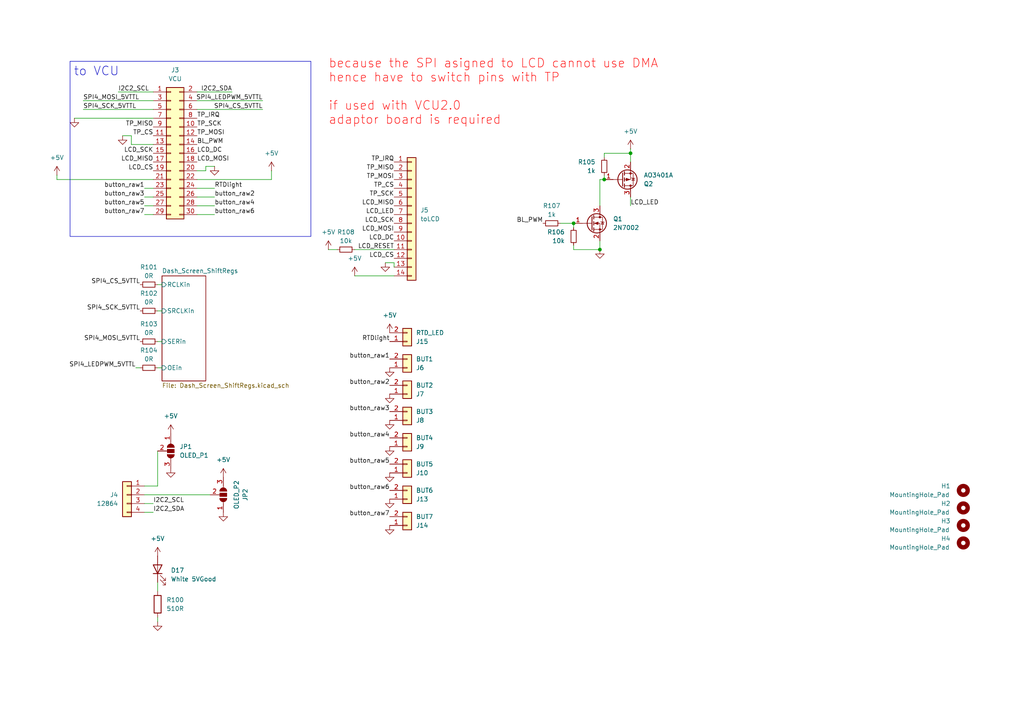
<source format=kicad_sch>
(kicad_sch (version 20231120) (generator "eeschema") (generator_version "8.0")
  (paper "A4")
  (title_block (title "EP6 Dash screen") (date "2025-03-07") (rev "1.0") (company "NTURacing") (comment 1 "郭哲明") (comment 2 "electrical group"))
  (lib_symbols
    (symbol "Connector_Generic:Conn_01x02" (pin_names (offset 1.016) hide)
      (property "Reference" "J" (at 0 2.54 0))
      (property "Value" "Conn_01x02" (at 0 -5.08 0))
      (symbol "Conn_01x02_1_1"
        (rectangle (start -1.27 -2.413) (end 0 -2.667) (stroke (width 0.1524)))
        (rectangle (start -1.27 0.127) (end 0 -0.127) (stroke (width 0.1524)))
        (rectangle (start -1.27 1.27) (end 1.27 -3.81) (stroke (width 0.254)) (fill (type background)))
        (pin passive line (at -5.08 0 0) (length 3.81) (name "Pin_1") (number "1"))
        (pin passive line (at -5.08 -2.54 0) (length 3.81) (name "Pin_2") (number "2"))
      )
    )
    (symbol "Connector_Generic:Conn_01x04" (pin_names (offset 1.016) hide)
      (property "Reference" "J" (at 0 5.08 0))
      (property "Value" "Conn_01x04" (at 0 -7.62 0))
      (symbol "Conn_01x04_1_1"
        (rectangle (start -1.27 -4.953) (end 0 -5.207) (stroke (width 0.1524)))
        (rectangle (start -1.27 -2.413) (end 0 -2.667) (stroke (width 0.1524)))
        (rectangle (start -1.27 0.127) (end 0 -0.127) (stroke (width 0.1524)))
        (rectangle (start -1.27 2.667) (end 0 2.413) (stroke (width 0.1524)))
        (rectangle (start -1.27 3.81) (end 1.27 -6.35) (stroke (width 0.254)) (fill (type background)))
        (pin passive line (at -5.08 2.54 0) (length 3.81) (name "Pin_1") (number "1"))
        (pin passive line (at -5.08 0 0) (length 3.81) (name "Pin_2") (number "2"))
        (pin passive line (at -5.08 -2.54 0) (length 3.81) (name "Pin_3") (number "3"))
        (pin passive line (at -5.08 -5.08 0) (length 3.81) (name "Pin_4") (number "4"))
      )
    )
    (symbol "Connector_Generic:Conn_01x14" (pin_names (offset 1.016) hide)
      (property "Reference" "J" (at 0 17.78 0))
      (property "Value" "Conn_01x14" (at 0 -20.32 0))
      (symbol "Conn_01x14_1_1"
        (rectangle (start -1.27 -17.653) (end 0 -17.907) (stroke (width 0.1524)))
        (rectangle (start -1.27 -15.113) (end 0 -15.367) (stroke (width 0.1524)))
        (rectangle (start -1.27 -12.573) (end 0 -12.827) (stroke (width 0.1524)))
        (rectangle (start -1.27 -10.033) (end 0 -10.287) (stroke (width 0.1524)))
        (rectangle (start -1.27 -7.493) (end 0 -7.747) (stroke (width 0.1524)))
        (rectangle (start -1.27 -4.953) (end 0 -5.207) (stroke (width 0.1524)))
        (rectangle (start -1.27 -2.413) (end 0 -2.667) (stroke (width 0.1524)))
        (rectangle (start -1.27 0.127) (end 0 -0.127) (stroke (width 0.1524)))
        (rectangle (start -1.27 2.667) (end 0 2.413) (stroke (width 0.1524)))
        (rectangle (start -1.27 5.207) (end 0 4.953) (stroke (width 0.1524)))
        (rectangle (start -1.27 7.747) (end 0 7.493) (stroke (width 0.1524)))
        (rectangle (start -1.27 10.287) (end 0 10.033) (stroke (width 0.1524)))
        (rectangle (start -1.27 12.827) (end 0 12.573) (stroke (width 0.1524)))
        (rectangle (start -1.27 15.367) (end 0 15.113) (stroke (width 0.1524)))
        (rectangle (start -1.27 16.51) (end 1.27 -19.05) (stroke (width 0.254)) (fill (type background)))
        (pin passive line (at -5.08 15.24 0) (length 3.81) (name "Pin_1") (number "1"))
        (pin passive line (at -5.08 -7.62 0) (length 3.81) (name "Pin_10") (number "10"))
        (pin passive line (at -5.08 -10.16 0) (length 3.81) (name "Pin_11") (number "11"))
        (pin passive line (at -5.08 -12.7 0) (length 3.81) (name "Pin_12") (number "12"))
        (pin passive line (at -5.08 -15.24 0) (length 3.81) (name "Pin_13") (number "13"))
        (pin passive line (at -5.08 -17.78 0) (length 3.81) (name "Pin_14") (number "14"))
        (pin passive line (at -5.08 12.7 0) (length 3.81) (name "Pin_2") (number "2"))
        (pin passive line (at -5.08 10.16 0) (length 3.81) (name "Pin_3") (number "3"))
        (pin passive line (at -5.08 7.62 0) (length 3.81) (name "Pin_4") (number "4"))
        (pin passive line (at -5.08 5.08 0) (length 3.81) (name "Pin_5") (number "5"))
        (pin passive line (at -5.08 2.54 0) (length 3.81) (name "Pin_6") (number "6"))
        (pin passive line (at -5.08 0 0) (length 3.81) (name "Pin_7") (number "7"))
        (pin passive line (at -5.08 -2.54 0) (length 3.81) (name "Pin_8") (number "8"))
        (pin passive line (at -5.08 -5.08 0) (length 3.81) (name "Pin_9") (number "9"))
      )
    )
    (symbol "Connector_Generic:Conn_02x15_Odd_Even" (pin_names (offset 1.016) hide)
      (property "Reference" "J" (at 1.27 20.32 0))
      (property "Value" "Conn_02x15_Odd_Even" (at 1.27 -20.32 0))
      (symbol "Conn_02x15_Odd_Even_1_1"
        (rectangle (start -1.27 -17.653) (end 0 -17.907) (stroke (width 0.1524)))
        (rectangle (start -1.27 -15.113) (end 0 -15.367) (stroke (width 0.1524)))
        (rectangle (start -1.27 -12.573) (end 0 -12.827) (stroke (width 0.1524)))
        (rectangle (start -1.27 -10.033) (end 0 -10.287) (stroke (width 0.1524)))
        (rectangle (start -1.27 -7.493) (end 0 -7.747) (stroke (width 0.1524)))
        (rectangle (start -1.27 -4.953) (end 0 -5.207) (stroke (width 0.1524)))
        (rectangle (start -1.27 -2.413) (end 0 -2.667) (stroke (width 0.1524)))
        (rectangle (start -1.27 0.127) (end 0 -0.127) (stroke (width 0.1524)))
        (rectangle (start -1.27 2.667) (end 0 2.413) (stroke (width 0.1524)))
        (rectangle (start -1.27 5.207) (end 0 4.953) (stroke (width 0.1524)))
        (rectangle (start -1.27 7.747) (end 0 7.493) (stroke (width 0.1524)))
        (rectangle (start -1.27 10.287) (end 0 10.033) (stroke (width 0.1524)))
        (rectangle (start -1.27 12.827) (end 0 12.573) (stroke (width 0.1524)))
        (rectangle (start -1.27 15.367) (end 0 15.113) (stroke (width 0.1524)))
        (rectangle (start -1.27 17.907) (end 0 17.653) (stroke (width 0.1524)))
        (rectangle (start -1.27 19.05) (end 3.81 -19.05) (stroke (width 0.254)) (fill (type background)))
        (rectangle (start 3.81 -17.653) (end 2.54 -17.907) (stroke (width 0.1524)))
        (rectangle (start 3.81 -15.113) (end 2.54 -15.367) (stroke (width 0.1524)))
        (rectangle (start 3.81 -12.573) (end 2.54 -12.827) (stroke (width 0.1524)))
        (rectangle (start 3.81 -10.033) (end 2.54 -10.287) (stroke (width 0.1524)))
        (rectangle (start 3.81 -7.493) (end 2.54 -7.747) (stroke (width 0.1524)))
        (rectangle (start 3.81 -4.953) (end 2.54 -5.207) (stroke (width 0.1524)))
        (rectangle (start 3.81 -2.413) (end 2.54 -2.667) (stroke (width 0.1524)))
        (rectangle (start 3.81 0.127) (end 2.54 -0.127) (stroke (width 0.1524)))
        (rectangle (start 3.81 2.667) (end 2.54 2.413) (stroke (width 0.1524)))
        (rectangle (start 3.81 5.207) (end 2.54 4.953) (stroke (width 0.1524)))
        (rectangle (start 3.81 7.747) (end 2.54 7.493) (stroke (width 0.1524)))
        (rectangle (start 3.81 10.287) (end 2.54 10.033) (stroke (width 0.1524)))
        (rectangle (start 3.81 12.827) (end 2.54 12.573) (stroke (width 0.1524)))
        (rectangle (start 3.81 15.367) (end 2.54 15.113) (stroke (width 0.1524)))
        (rectangle (start 3.81 17.907) (end 2.54 17.653) (stroke (width 0.1524)))
        (pin passive line (at -5.08 17.78 0) (length 3.81) (name "Pin_1") (number "1"))
        (pin passive line (at 7.62 7.62 180) (length 3.81) (name "Pin_10") (number "10"))
        (pin passive line (at -5.08 5.08 0) (length 3.81) (name "Pin_11") (number "11"))
        (pin passive line (at 7.62 5.08 180) (length 3.81) (name "Pin_12") (number "12"))
        (pin passive line (at -5.08 2.54 0) (length 3.81) (name "Pin_13") (number "13"))
        (pin passive line (at 7.62 2.54 180) (length 3.81) (name "Pin_14") (number "14"))
        (pin passive line (at -5.08 0 0) (length 3.81) (name "Pin_15") (number "15"))
        (pin passive line (at 7.62 0 180) (length 3.81) (name "Pin_16") (number "16"))
        (pin passive line (at -5.08 -2.54 0) (length 3.81) (name "Pin_17") (number "17"))
        (pin passive line (at 7.62 -2.54 180) (length 3.81) (name "Pin_18") (number "18"))
        (pin passive line (at -5.08 -5.08 0) (length 3.81) (name "Pin_19") (number "19"))
        (pin passive line (at 7.62 17.78 180) (length 3.81) (name "Pin_2") (number "2"))
        (pin passive line (at 7.62 -5.08 180) (length 3.81) (name "Pin_20") (number "20"))
        (pin passive line (at -5.08 -7.62 0) (length 3.81) (name "Pin_21") (number "21"))
        (pin passive line (at 7.62 -7.62 180) (length 3.81) (name "Pin_22") (number "22"))
        (pin passive line (at -5.08 -10.16 0) (length 3.81) (name "Pin_23") (number "23"))
        (pin passive line (at 7.62 -10.16 180) (length 3.81) (name "Pin_24") (number "24"))
        (pin passive line (at -5.08 -12.7 0) (length 3.81) (name "Pin_25") (number "25"))
        (pin passive line (at 7.62 -12.7 180) (length 3.81) (name "Pin_26") (number "26"))
        (pin passive line (at -5.08 -15.24 0) (length 3.81) (name "Pin_27") (number "27"))
        (pin passive line (at 7.62 -15.24 180) (length 3.81) (name "Pin_28") (number "28"))
        (pin passive line (at -5.08 -17.78 0) (length 3.81) (name "Pin_29") (number "29"))
        (pin passive line (at -5.08 15.24 0) (length 3.81) (name "Pin_3") (number "3"))
        (pin passive line (at 7.62 -17.78 180) (length 3.81) (name "Pin_30") (number "30"))
        (pin passive line (at 7.62 15.24 180) (length 3.81) (name "Pin_4") (number "4"))
        (pin passive line (at -5.08 12.7 0) (length 3.81) (name "Pin_5") (number "5"))
        (pin passive line (at 7.62 12.7 180) (length 3.81) (name "Pin_6") (number "6"))
        (pin passive line (at -5.08 10.16 0) (length 3.81) (name "Pin_7") (number "7"))
        (pin passive line (at 7.62 10.16 180) (length 3.81) (name "Pin_8") (number "8"))
        (pin passive line (at -5.08 7.62 0) (length 3.81) (name "Pin_9") (number "9"))
      )
    )
    (symbol "Device:LED" (pin_numbers hide) (pin_names (offset 1.016) hide)
      (property "Reference" "D" (at 0 2.54 0))
      (property "Value" "LED" (at 0 -2.54 0))
      (symbol "LED_0_1"
        (polyline (pts (xy -1.27 -1.27) (xy -1.27 1.27)) (stroke (width 0.254)))
        (polyline (pts (xy -1.27 0) (xy 1.27 0)))
        (polyline (pts (xy 1.27 -1.27) (xy 1.27 1.27) (xy -1.27 0) (xy 1.27 -1.27)) (stroke (width 0.254)))
        (polyline (pts (xy -3.048 -0.762) (xy -4.572 -2.286) (xy -3.81 -2.286) (xy -4.572 -2.286) (xy -4.572 -1.524)))
        (polyline (pts (xy -1.778 -0.762) (xy -3.302 -2.286) (xy -2.54 -2.286) (xy -3.302 -2.286) (xy -3.302 -1.524)))
      )
      (symbol "LED_1_1"
        (pin passive line (at -3.81 0 0) (length 2.54) (name "K") (number "1"))
        (pin passive line (at 3.81 0 180) (length 2.54) (name "A") (number "2"))
      )
    )
    (symbol "Device:R" (pin_numbers hide) (pin_names (offset 0))
      (property "Reference" "R" (at 2.032 0 90))
      (property "Value" "R" (at 0 0 90))
      (symbol "R_0_1"
        (rectangle (start -1.016 -2.54) (end 1.016 2.54) (stroke (width 0.254)))
      )
      (symbol "R_1_1"
        (pin passive line (at 0 3.81 270) (length 1.27) (name "~") (number "1"))
        (pin passive line (at 0 -3.81 90) (length 1.27) (name "~") (number "2"))
      )
    )
    (symbol "Device:R_Small" (pin_numbers hide) (pin_names (offset 0.254) hide)
      (property "Reference" "R" (at 0.762 0.508 0))
      (property "Value" "R_Small" (at 0.762 -1.016 0))
      (symbol "R_Small_0_1"
        (rectangle (start -0.762 1.778) (end 0.762 -1.778) (stroke (width 0.2032)))
      )
      (symbol "R_Small_1_1"
        (pin passive line (at 0 2.54 270) (length 0.762) (name "~") (number "1"))
        (pin passive line (at 0 -2.54 90) (length 0.762) (name "~") (number "2"))
      )
    )
    (symbol "Jumper:SolderJumper_3_Open" (pin_names (offset 0) hide) (exclude_from_sim yes) (in_bom no)
      (property "Reference" "JP" (at -2.54 -2.54 0))
      (property "Value" "SolderJumper_3_Open" (at 0 2.794 0))
      (symbol "SolderJumper_3_Open_0_1"
        (arc (start -1.016 1.016) (mid -2.0276 0) (end -1.016 -1.016))
        (arc (start -1.016 1.016) (mid -2.0276 0) (end -1.016 -1.016) (fill (type outline)))
        (rectangle (start -0.508 1.016) (end 0.508 -1.016) (fill (type outline)))
        (polyline (pts (xy -2.54 0) (xy -2.032 0)))
        (polyline (pts (xy -1.016 1.016) (xy -1.016 -1.016)))
        (polyline (pts (xy 0 -1.27) (xy 0 -1.016)))
        (polyline (pts (xy 1.016 1.016) (xy 1.016 -1.016)))
        (polyline (pts (xy 2.54 0) (xy 2.032 0)))
        (arc (start 1.016 -1.016) (mid 2.0276 0) (end 1.016 1.016))
        (arc (start 1.016 -1.016) (mid 2.0276 0) (end 1.016 1.016) (fill (type outline)))
      )
      (symbol "SolderJumper_3_Open_1_1"
        (pin passive line (at -5.08 0 0) (length 2.54) (name "A") (number "1"))
        (pin passive line (at 0 -3.81 90) (length 2.54) (name "C") (number "2"))
        (pin passive line (at 5.08 0 180) (length 2.54) (name "B") (number "3"))
      )
    )
    (symbol "Mechanical:MountingHole" (pin_names (offset 1.016))
      (property "Reference" "H" (at 0 5.08 0))
      (property "Value" "MountingHole" (at 0 3.175 0))
      (symbol "MountingHole_0_1"
        (circle (center 0 0) (radius 1.27) (stroke (width 1.27)))
      )
    )
    (symbol "Transistor_FET:2N7002" (pin_names hide)
      (property "Reference" "Q" (at 5.08 1.905 0))
      (property "Value" "2N7002" (at 5.08 0 0))
      (symbol "2N7002_0_1"
        (polyline (pts (xy 0.254 0) (xy -2.54 0)))
        (polyline (pts (xy 0.254 1.905) (xy 0.254 -1.905)) (stroke (width 0.254)))
        (polyline (pts (xy 0.762 -1.27) (xy 0.762 -2.286)) (stroke (width 0.254)))
        (polyline (pts (xy 0.762 0.508) (xy 0.762 -0.508)) (stroke (width 0.254)))
        (polyline (pts (xy 0.762 2.286) (xy 0.762 1.27)) (stroke (width 0.254)))
        (polyline (pts (xy 2.54 2.54) (xy 2.54 1.778)))
        (polyline (pts (xy 2.54 -2.54) (xy 2.54 0) (xy 0.762 0)))
        (polyline (pts (xy 0.762 -1.778) (xy 3.302 -1.778) (xy 3.302 1.778) (xy 0.762 1.778)))
        (polyline (pts (xy 1.016 0) (xy 2.032 0.381) (xy 2.032 -0.381) (xy 1.016 0)) (fill (type outline)))
        (polyline (pts (xy 2.794 0.508) (xy 2.921 0.381) (xy 3.683 0.381) (xy 3.81 0.254)))
        (polyline (pts (xy 3.302 0.381) (xy 2.921 -0.254) (xy 3.683 -0.254) (xy 3.302 0.381)))
        (circle (center 1.651 0) (radius 2.794) (stroke (width 0.254)))
        (circle (center 2.54 -1.778) (radius 0.254) (fill (type outline)))
        (circle (center 2.54 1.778) (radius 0.254) (fill (type outline)))
      )
      (symbol "2N7002_1_1"
        (pin input line (at -5.08 0 0) (length 2.54) (name "G") (number "1"))
        (pin passive line (at 2.54 -5.08 90) (length 2.54) (name "S") (number "2"))
        (pin passive line (at 2.54 5.08 270) (length 2.54) (name "D") (number "3"))
      )
    )
    (symbol "Transistor_FET:AO3401A" (pin_names hide)
      (property "Reference" "Q" (at 5.08 1.905 0))
      (property "Value" "AO3401A" (at 5.08 0 0))
      (symbol "AO3401A_0_1"
        (polyline (pts (xy 0.254 0) (xy -2.54 0)))
        (polyline (pts (xy 0.254 1.905) (xy 0.254 -1.905)) (stroke (width 0.254)))
        (polyline (pts (xy 0.762 -1.27) (xy 0.762 -2.286)) (stroke (width 0.254)))
        (polyline (pts (xy 0.762 0.508) (xy 0.762 -0.508)) (stroke (width 0.254)))
        (polyline (pts (xy 0.762 2.286) (xy 0.762 1.27)) (stroke (width 0.254)))
        (polyline (pts (xy 2.54 2.54) (xy 2.54 1.778)))
        (polyline (pts (xy 2.54 -2.54) (xy 2.54 0) (xy 0.762 0)))
        (polyline (pts (xy 0.762 1.778) (xy 3.302 1.778) (xy 3.302 -1.778) (xy 0.762 -1.778)))
        (polyline (pts (xy 2.286 0) (xy 1.27 0.381) (xy 1.27 -0.381) (xy 2.286 0)) (fill (type outline)))
        (polyline (pts (xy 2.794 -0.508) (xy 2.921 -0.381) (xy 3.683 -0.381) (xy 3.81 -0.254)))
        (polyline (pts (xy 3.302 -0.381) (xy 2.921 0.254) (xy 3.683 0.254) (xy 3.302 -0.381)))
        (circle (center 1.651 0) (radius 2.794) (stroke (width 0.254)))
        (circle (center 2.54 -1.778) (radius 0.254) (fill (type outline)))
        (circle (center 2.54 1.778) (radius 0.254) (fill (type outline)))
      )
      (symbol "AO3401A_1_1"
        (pin input line (at -5.08 0 0) (length 2.54) (name "G") (number "1"))
        (pin passive line (at 2.54 -5.08 90) (length 2.54) (name "S") (number "2"))
        (pin passive line (at 2.54 5.08 270) (length 2.54) (name "D") (number "3"))
      )
    )
    (symbol "power:+5V" (power) (pin_numbers hide) (pin_names (offset 0) hide)
      (property "Value" "+5V" (at 0 3.556 0))
      (symbol "+5V_0_1"
        (polyline (pts (xy -0.762 1.27) (xy 0 2.54)))
        (polyline (pts (xy 0 0) (xy 0 2.54)))
        (polyline (pts (xy 0 2.54) (xy 0.762 1.27)))
      )
      (symbol "+5V_1_1"
        (pin power_in line (at 0 0 90) (length 0) (name "~") (number "1"))
      )
    )
    (symbol "power:GND" (power) (pin_numbers hide) (pin_names (offset 0) hide)
      (property "Value" "GND" (at 0 -3.81 0))
      (symbol "GND_0_1"
        (polyline (pts (xy 0 0) (xy 0 -1.27) (xy 1.27 -1.27) (xy 0 -2.54) (xy -1.27 -1.27) (xy 0 -1.27)))
      )
      (symbol "GND_1_1"
        (pin power_in line (at 0 0 270) (length 0) (name "~") (number "1"))
      )
    )
  )
  (junction (at 173.99 72.39))
  (junction (at 175.26 52.07))
  (junction (at 182.88 44.45))
  (junction (at 166.37 64.77))
  (wire (pts (xy 62.23 59.69) (xy 57.15 59.69)))
  (wire (pts (xy 41.91 62.23) (xy 44.45 62.23)))
  (wire (pts (xy 41.91 54.61) (xy 44.45 54.61)))
  (wire (pts (xy 45.72 140.97) (xy 41.91 140.97)))
  (wire (pts (xy 45.72 99.06) (xy 46.99 99.06)))
  (wire (pts (xy 57.15 31.75) (xy 76.2 31.75)))
  (wire (pts (xy 182.88 44.45) (xy 182.88 46.99)))
  (wire (pts (xy 44.45 148.59) (xy 41.91 148.59)))
  (wire (pts (xy 175.26 44.45) (xy 175.26 45.72)))
  (wire (pts (xy 45.72 90.17) (xy 46.99 90.17)))
  (wire (pts (xy 34.29 26.67) (xy 44.45 26.67)))
  (wire (pts (xy 102.87 80.01) (xy 114.3 80.01)))
  (wire (pts (xy 16.51 50.8) (xy 16.51 52.07)))
  (wire (pts (xy 182.88 43.18) (xy 182.88 44.45)))
  (wire (pts (xy 173.99 52.07) (xy 175.26 52.07)))
  (wire (pts (xy 38.1 41.91) (xy 44.45 41.91)))
  (wire (pts (xy 45.72 106.68) (xy 46.99 106.68)))
  (wire (pts (xy 59.69 48.26) (xy 59.69 49.53)))
  (wire (pts (xy 45.72 82.55) (xy 46.99 82.55)))
  (wire (pts (xy 24.13 29.21) (xy 44.45 29.21)))
  (wire (pts (xy 182.88 59.69) (xy 182.88 57.15)))
  (wire (pts (xy 45.72 171.45) (xy 45.72 168.91)))
  (wire (pts (xy 24.13 31.75) (xy 44.45 31.75)))
  (wire (pts (xy 41.91 59.69) (xy 44.45 59.69)))
  (wire (pts (xy 62.23 62.23) (xy 57.15 62.23)))
  (wire (pts (xy 45.72 130.81) (xy 45.72 140.97)))
  (wire (pts (xy 57.15 29.21) (xy 76.2 29.21)))
  (wire (pts (xy 21.59 34.29) (xy 44.45 34.29)))
  (wire (pts (xy 41.91 57.15) (xy 44.45 57.15)))
  (wire (pts (xy 97.79 72.39) (xy 95.25 72.39)))
  (wire (pts (xy 57.15 52.07) (xy 78.74 52.07)))
  (wire (pts (xy 45.72 180.34) (xy 45.72 179.07)))
  (wire (pts (xy 35.56 39.37) (xy 38.1 39.37)))
  (wire (pts (xy 166.37 66.04) (xy 166.37 64.77)))
  (wire (pts (xy 175.26 50.8) (xy 175.26 52.07)))
  (wire (pts (xy 39.37 106.68) (xy 40.64 106.68)))
  (wire (pts (xy 111.76 76.2) (xy 114.3 76.2)))
  (wire (pts (xy 57.15 26.67) (xy 67.31 26.67)))
  (wire (pts (xy 62.23 54.61) (xy 57.15 54.61)))
  (wire (pts (xy 173.99 69.85) (xy 173.99 72.39)))
  (wire (pts (xy 62.23 57.15) (xy 57.15 57.15)))
  (wire (pts (xy 173.99 59.69) (xy 173.99 52.07)))
  (wire (pts (xy 59.69 49.53) (xy 57.15 49.53)))
  (wire (pts (xy 78.74 49.53) (xy 78.74 52.07)))
  (wire (pts (xy 38.1 39.37) (xy 38.1 41.91)))
  (wire (pts (xy 166.37 72.39) (xy 166.37 71.12)))
  (wire (pts (xy 102.87 72.39) (xy 114.3 72.39)))
  (wire (pts (xy 44.45 146.05) (xy 41.91 146.05)))
  (wire (pts (xy 16.51 52.07) (xy 44.45 52.07)))
  (wire (pts (xy 175.26 44.45) (xy 182.88 44.45)))
  (wire (pts (xy 41.91 143.51) (xy 60.96 143.51)))
  (wire (pts (xy 166.37 72.39) (xy 173.99 72.39)))
  (wire (pts (xy 59.69 48.26) (xy 62.23 48.26)))
  (wire (pts (xy 114.3 76.2) (xy 114.3 77.47)))
  (wire (pts (xy 162.56 64.77) (xy 166.37 64.77)))
  (rectangle (start 20.32 17.78) (end 90.17 68.58))
  (text "to VCU" (at 21.336 19.304 0) (effects (font (size 2.54 2.54)) (justify left top)))
  (text "because the SPI asigned to LCD cannot use DMA\nhence have to switch pins with TP\n\nif used with VCU2.0\nadaptor board is required" (at 95.25 17.018 0) (effects (font (size 2.54 2.54)) (justify left top)))
  (label "button_raw7" (at 41.91 62.23 180))
  (label "TP_CS" (at 44.45 39.37 180))
  (label "LCD_CS" (at 44.45 49.53 180))
  (label "LCD_SCK" (at 44.45 44.45 180))
  (label "TP_MISO" (at 114.3 49.53 180))
  (label "SPI4_LEDPWM_5VTTL" (at 39.37 106.68 180))
  (label "button_raw7" (at 113.03 149.86 180))
  (label "LCD_MOSI" (at 114.3 67.31 180))
  (label "I2C2_SCL" (at 44.45 146.05 0))
  (label "LCD_MISO" (at 114.3 59.69 180))
  (label "button_raw4" (at 113.03 127 180))
  (label "SPI4_MOSI_5VTTL" (at 24.13 29.21 0))
  (label "SPI4_MOSI_5VTTL" (at 40.64 99.06 180))
  (label "I2C2_SDA" (at 44.45 148.59 0))
  (label "button_raw6" (at 113.03 142.24 180))
  (label "RTDlight" (at 113.03 99.06 180))
  (label "button_raw4" (at 62.23 59.69 0))
  (label "LCD_CS" (at 114.3 74.93 180))
  (label "TP_MISO" (at 44.45 36.83 180))
  (label "SPI4_CS_5VTTL" (at 40.64 82.55 180))
  (label "button_raw5" (at 113.03 134.62 180))
  (label "SPI4_SCK_5VTTL" (at 24.13 31.75 0))
  (label "SPI4_CS_5VTTL" (at 76.2 31.75 180))
  (label "TP_SCK" (at 57.15 36.83 0))
  (label "TP_SCK" (at 114.3 57.15 180))
  (label "TP_IRQ" (at 114.3 46.99 180))
  (label "BL_PWM" (at 157.48 64.77 180))
  (label "LCD_MISO" (at 44.45 46.99 180))
  (label "LCD_DC" (at 57.15 44.45 0))
  (label "LCD_SCK" (at 114.3 64.77 180))
  (label "RTDlight" (at 62.23 54.61 0))
  (label "LCD_RESET" (at 114.3 72.39 180))
  (label "LCD_DC" (at 114.3 69.85 180))
  (label "LCD_LED" (at 114.3 62.23 180))
  (label "BL_PWM" (at 57.15 41.91 0))
  (label "LCD_MOSI" (at 57.15 46.99 0))
  (label "LCD_LED" (at 182.88 59.69 0))
  (label "TP_MOSI" (at 57.15 39.37 0))
  (label "I2C2_SDA" (at 67.31 26.67 180))
  (label "button_raw2" (at 62.23 57.15 0))
  (label "button_raw1" (at 41.91 54.61 180))
  (label "SPI4_LEDPWM_5VTTL" (at 76.2 29.21 180))
  (label "TP_IRQ" (at 57.15 34.29 0))
  (label "button_raw5" (at 41.91 59.69 180))
  (label "button_raw6" (at 62.23 62.23 0))
  (label "TP_CS" (at 114.3 54.61 180))
  (label "TP_MOSI" (at 114.3 52.07 180))
  (label "button_raw3" (at 113.03 119.38 180))
  (label "I2C2_SCL" (at 34.29 26.67 0))
  (label "button_raw2" (at 113.03 111.76 180))
  (label "SPI4_SCK_5VTTL" (at 40.64 90.17 180))
  (label "button_raw3" (at 41.91 57.15 180))
  (label "button_raw1" (at 113.03 104.14 180))
  (symbol (lib_id "Connector_Generic:Conn_01x02") (at 118.11 114.3 0) (mirror x) (unit 1)
    (property "Reference" "J7" (at 120.65 114.3 0) (effects (justify left)))
    (property "Value" "BUT2" (at 120.65 111.76 0) (effects (justify left)))
    (property "Footprint" "Connector_JST:JST_PH_S2B-PH-K_1x02_P2.00mm_Horizontal" (effects (hide yes)))
    (property "Description" "Generic connector, single row, 01x02, script generated (kicad-library-utils/schlib/autogen/connector/)" (effects (hide yes)))
  )
  (symbol (lib_id "Connector_Generic:Conn_01x02") (at 118.11 144.78 0) (mirror x) (unit 1)
    (property "Reference" "J13" (at 120.65 144.78 0) (effects (justify left)))
    (property "Value" "BUT6" (at 120.65 142.24 0) (effects (justify left)))
    (property "Footprint" "Connector_JST:JST_PH_S2B-PH-K_1x02_P2.00mm_Horizontal" (effects (hide yes)))
    (property "Description" "Generic connector, single row, 01x02, script generated (kicad-library-utils/schlib/autogen/connector/)" (effects (hide yes)))
  )
  (symbol (lib_id "power:GND") (at 49.53 135.89 0) (mirror y) (unit 1)
    (property "Reference" "#PWR049" (effects (hide yes)))
    (property "Value" "GND" (effects (hide yes)))
  )
  (symbol (lib_id "power:GND") (at 113.03 152.4 0) (unit 1)
    (property "Reference" "#PWR090" (effects (hide yes)))
    (property "Value" "GND" (effects (hide yes)))
    (property "Description" "Power symbol creates a global label with name \"GND\" , ground" (effects (hide yes)))
  )
  (symbol (lib_id "power:+5V") (at 182.88 43.18 0) (mirror y) (unit 1)
    (property "Reference" "#PWR091" (effects (hide yes)))
    (property "Value" "+5V" (at 182.88 38.1 0))
    (property "Description" "Power symbol creates a global label with name \"+5V\"" (effects (hide yes)))
  )
  (symbol (lib_id "Connector_Generic:Conn_01x02") (at 118.11 121.92 0) (mirror x) (unit 1)
    (property "Reference" "J8" (at 120.65 121.92 0) (effects (justify left)))
    (property "Value" "BUT3" (at 120.65 119.38 0) (effects (justify left)))
    (property "Footprint" "Connector_JST:JST_PH_S2B-PH-K_1x02_P2.00mm_Horizontal" (effects (hide yes)))
    (property "Description" "Generic connector, single row, 01x02, script generated (kicad-library-utils/schlib/autogen/connector/)" (effects (hide yes)))
  )
  (symbol (lib_id "Connector_Generic:Conn_01x02") (at 118.11 152.4 0) (mirror x) (unit 1)
    (property "Reference" "J14" (at 120.65 152.4 0) (effects (justify left)))
    (property "Value" "BUT7" (at 120.65 149.86 0) (effects (justify left)))
    (property "Footprint" "Connector_JST:JST_PH_S2B-PH-K_1x02_P2.00mm_Horizontal" (effects (hide yes)))
    (property "Description" "Generic connector, single row, 01x02, script generated (kicad-library-utils/schlib/autogen/connector/)" (effects (hide yes)))
  )
  (symbol (lib_id "power:GND") (at 111.76 76.2 0) (unit 1)
    (property "Reference" "#PWR040" (effects (hide yes)))
    (property "Value" "GND" (effects (hide yes)))
    (property "Description" "Power symbol creates a global label with name \"GND\" , ground" (effects (hide yes)))
  )
  (symbol (lib_id "Connector_Generic:Conn_01x14") (at 119.38 62.23 0) (unit 1)
    (property "Reference" "J5" (at 121.92 60.96 0) (effects (justify left)))
    (property "Value" "toLCD" (at 121.92 63.5 0) (effects (justify left)))
    (property "Footprint" "Connector_PinHeader_2.54mm:PinHeader_1x14_P2.54mm_Horizontal" (effects (hide yes)))
    (property "Description" "Generic connector, single row, 01x14, script generated (kicad-library-utils/schlib/autogen/connector/)" (effects (hide yes)))
  )
  (symbol (lib_id "power:+5V") (at 113.03 96.52 0) (mirror y) (unit 1)
    (property "Reference" "#PWR055" (effects (hide yes)))
    (property "Value" "+5V" (at 113.03 91.44 0))
    (property "Description" "Power symbol creates a global label with name \"+5V\"" (effects (hide yes)))
  )
  (symbol (lib_id "Transistor_FET:2N7002") (at 171.45 64.77 0) (unit 1)
    (property "Reference" "Q1" (at 177.8 63.5 0) (effects (justify left)))
    (property "Value" "2N7002" (at 177.8 66.04 0) (effects (justify left)))
    (property "Footprint" "Package_TO_SOT_SMD:SOT-23" (effects (hide yes)))
    (property "Datasheet" "https://www.onsemi.com/pub/Collateral/NDS7002A-D.PDF" (effects (hide yes)))
    (property "Description" "0.115A Id, 60V Vds, N-Channel MOSFET, SOT-23" (effects (hide yes)))
  )
  (symbol (lib_id "Device:R") (at 45.72 175.26 0) (unit 1)
    (property "Reference" "R100" (at 48.26 173.9899 0) (effects (justify left)))
    (property "Value" "510R" (at 48.26 176.5299 0) (effects (justify left)))
    (property "Footprint" "Resistor_SMD:R_0603_1608Metric" (effects (hide yes)))
  )
  (symbol (lib_id "Device:R_Small") (at 160.02 64.77 90) (unit 1)
    (property "Reference" "R107" (at 160.02 59.69 90))
    (property "Value" "1k" (at 160.02 62.23 90))
    (property "Footprint" "Resistor_SMD:R_0603_1608Metric" (effects (hide yes)))
    (property "Description" "Resistor, small symbol" (effects (hide yes)))
  )
  (symbol (lib_id "Device:LED") (at 45.72 165.1 90) (unit 1)
    (property "Reference" "D17" (at 49.53 165.4174 90) (effects (justify right)))
    (property "Value" "White 5VGood" (at 49.53 167.9574 90) (effects (justify right)))
    (property "Footprint" "LED_SMD:LED_0603_1608Metric" (effects (hide yes)))
  )
  (symbol (lib_id "Device:R_Small") (at 100.33 72.39 90) (unit 1)
    (property "Reference" "R108" (at 100.33 67.31 90))
    (property "Value" "10k" (at 100.33 69.85 90))
    (property "Footprint" "Resistor_SMD:R_0603_1608Metric" (effects (hide yes)))
    (property "Description" "Resistor, small symbol" (effects (hide yes)))
  )
  (symbol (lib_id "Mechanical:MountingHole") (at 279.4 142.24 90) (unit 1)
    (property "Reference" "H1" (at 274.32 140.97 90))
    (property "Value" "MountingHole_Pad" (at 266.7 143.51 90))
    (property "Footprint" "MountingHole:MountingHole_3.2mm_M3" (effects (hide yes)))
  )
  (symbol (lib_id "power:GND") (at 113.03 121.92 0) (unit 1)
    (property "Reference" "#PWR086" (effects (hide yes)))
    (property "Value" "GND" (effects (hide yes)))
    (property "Description" "Power symbol creates a global label with name \"GND\" , ground" (effects (hide yes)))
  )
  (symbol (lib_id "power:+5V") (at 49.53 125.73 0) (unit 1)
    (property "Reference" "#PWR013" (effects (hide yes)))
    (property "Value" "+5V" (at 49.53 120.65 0))
  )
  (symbol (lib_id "power:+5V") (at 64.77 138.43 0) (unit 1)
    (property "Reference" "#PWR050" (effects (hide yes)))
    (property "Value" "+5V" (at 64.77 133.35 0))
  )
  (symbol (lib_id "power:+5V") (at 102.87 80.01 0) (mirror y) (unit 1)
    (property "Reference" "#PWR054" (effects (hide yes)))
    (property "Value" "+5V" (at 102.87 74.93 0))
    (property "Description" "Power symbol creates a global label with name \"+5V\"" (effects (hide yes)))
  )
  (symbol (lib_id "power:+5V") (at 95.25 72.39 0) (mirror y) (unit 1)
    (property "Reference" "#PWR093" (effects (hide yes)))
    (property "Value" "+5V" (at 95.25 67.31 0))
    (property "Description" "Power symbol creates a global label with name \"+5V\"" (effects (hide yes)))
  )
  (symbol (lib_id "power:GND") (at 64.77 148.59 0) (mirror y) (unit 1)
    (property "Reference" "#PWR051" (effects (hide yes)))
    (property "Value" "GND" (effects (hide yes)))
  )
  (symbol (lib_id "Transistor_FET:AO3401A") (at 180.34 52.07 0) (mirror x) (unit 1)
    (property "Reference" "Q2" (at 186.69 53.34 0) (effects (justify left)))
    (property "Value" "AO3401A" (at 186.69 50.8 0) (effects (justify left)))
    (property "Footprint" "Package_TO_SOT_SMD:SOT-23" (effects (hide yes)))
    (property "Datasheet" "http://www.aosmd.com/pdfs/datasheet/AO3401A.pdf" (effects (hide yes)))
    (property "Description" "-4.0A Id, -30V Vds, P-Channel MOSFET, SOT-23" (effects (hide yes)))
  )
  (symbol (lib_id "Device:R_Small") (at 43.18 82.55 90) (unit 1)
    (property "Reference" "R101" (at 43.18 77.47 90))
    (property "Value" "0R" (at 43.18 80.01 90))
    (property "Footprint" "Resistor_SMD:R_0603_1608Metric" (effects (hide yes)))
    (property "Description" "Resistor, small symbol" (effects (hide yes)))
  )
  (symbol (lib_id "power:GND") (at 113.03 114.3 0) (unit 1)
    (property "Reference" "#PWR085" (effects (hide yes)))
    (property "Value" "GND" (effects (hide yes)))
    (property "Description" "Power symbol creates a global label with name \"GND\" , ground" (effects (hide yes)))
  )
  (symbol (lib_id "power:+5V") (at 16.51 50.8 0) (mirror y) (unit 1)
    (property "Reference" "#PWR048" (effects (hide yes)))
    (property "Value" "+5V" (at 16.51 45.72 0))
    (property "Description" "Power symbol creates a global label with name \"+5V\"" (effects (hide yes)))
  )
  (symbol (lib_id "Device:R_Small") (at 43.18 90.17 90) (unit 1)
    (property "Reference" "R102" (at 43.18 85.09 90))
    (property "Value" "0R" (at 43.18 87.63 90))
    (property "Footprint" "Resistor_SMD:R_0603_1608Metric" (effects (hide yes)))
    (property "Description" "Resistor, small symbol" (effects (hide yes)))
  )
  (symbol (lib_id "Connector_Generic:Conn_01x02") (at 118.11 137.16 0) (mirror x) (unit 1)
    (property "Reference" "J10" (at 120.65 137.16 0) (effects (justify left)))
    (property "Value" "BUT5" (at 120.65 134.62 0) (effects (justify left)))
    (property "Footprint" "Connector_JST:JST_PH_S2B-PH-K_1x02_P2.00mm_Horizontal" (effects (hide yes)))
    (property "Description" "Generic connector, single row, 01x02, script generated (kicad-library-utils/schlib/autogen/connector/)" (effects (hide yes)))
  )
  (symbol (lib_id "Connector_Generic:Conn_01x02") (at 118.11 106.68 0) (mirror x) (unit 1)
    (property "Reference" "J6" (at 120.65 106.68 0) (effects (justify left)))
    (property "Value" "BUT1" (at 120.65 104.14 0) (effects (justify left)))
    (property "Footprint" "Connector_JST:JST_PH_S2B-PH-K_1x02_P2.00mm_Horizontal" (effects (hide yes)))
    (property "Description" "Generic connector, single row, 01x02, script generated (kicad-library-utils/schlib/autogen/connector/)" (effects (hide yes)))
  )
  (symbol (lib_id "power:GND") (at 113.03 129.54 0) (unit 1)
    (property "Reference" "#PWR087" (effects (hide yes)))
    (property "Value" "GND" (effects (hide yes)))
    (property "Description" "Power symbol creates a global label with name \"GND\" , ground" (effects (hide yes)))
  )
  (symbol (lib_id "Mechanical:MountingHole") (at 279.4 157.48 90) (unit 1)
    (property "Reference" "H4" (at 274.32 156.21 90))
    (property "Value" "MountingHole_Pad" (at 266.7 158.75 90))
    (property "Footprint" "MountingHole:MountingHole_3.2mm_M3" (effects (hide yes)))
  )
  (symbol (lib_id "power:+5V") (at 78.74 49.53 0) (mirror y) (unit 1)
    (property "Reference" "#PWR047" (effects (hide yes)))
    (property "Value" "+5V" (at 78.74 44.45 0))
    (property "Description" "Power symbol creates a global label with name \"+5V\"" (effects (hide yes)))
  )
  (symbol (lib_id "Jumper:SolderJumper_3_Open") (at 64.77 143.51 270) (mirror x) (unit 1) (exclude_from_sim yes) (in_bom no)
    (property "Reference" "JP2" (at 71.12 143.51 0))
    (property "Value" "OLED_P2" (at 68.58 143.51 0))
    (property "Footprint" "Jumper:SolderJumper-3_P1.3mm_Open_RoundedPad1.0x1.5mm" (effects (hide yes)))
    (property "Description" "Solder Jumper, 3-pole, open" (effects (hide yes)))
  )
  (symbol (lib_id "Mechanical:MountingHole") (at 279.4 147.32 90) (unit 1)
    (property "Reference" "H2" (at 274.32 146.05 90))
    (property "Value" "MountingHole_Pad" (at 266.7 148.59 90))
    (property "Footprint" "MountingHole:MountingHole_3.2mm_M3" (effects (hide yes)))
  )
  (symbol (lib_id "power:GND") (at 113.03 144.78 0) (unit 1)
    (property "Reference" "#PWR089" (effects (hide yes)))
    (property "Value" "GND" (effects (hide yes)))
    (property "Description" "Power symbol creates a global label with name \"GND\" , ground" (effects (hide yes)))
  )
  (symbol (lib_id "Device:R_Small") (at 175.26 48.26 0) (mirror x) (unit 1)
    (property "Reference" "R105" (at 172.72 46.99 0) (effects (justify right)))
    (property "Value" "1k" (at 172.72 49.53 0) (effects (justify right)))
    (property "Footprint" "Resistor_SMD:R_0603_1608Metric" (effects (hide yes)))
    (property "Description" "Resistor, small symbol" (effects (hide yes)))
  )
  (symbol (lib_id "power:GND") (at 62.23 48.26 0) (unit 1)
    (property "Reference" "#PWR039" (effects (hide yes)))
    (property "Value" "GND" (effects (hide yes)))
    (property "Description" "Power symbol creates a global label with name \"GND\" , ground" (effects (hide yes)))
  )
  (symbol (lib_id "power:GND") (at 113.03 137.16 0) (unit 1)
    (property "Reference" "#PWR088" (effects (hide yes)))
    (property "Value" "GND" (effects (hide yes)))
    (property "Description" "Power symbol creates a global label with name \"GND\" , ground" (effects (hide yes)))
  )
  (symbol (lib_id "power:GND") (at 35.56 39.37 0) (unit 1)
    (property "Reference" "#PWR038" (effects (hide yes)))
    (property "Value" "GND" (effects (hide yes)))
    (property "Description" "Power symbol creates a global label with name \"GND\" , ground" (effects (hide yes)))
  )
  (symbol (lib_id "power:GND") (at 45.72 180.34 0) (unit 1)
    (property "Reference" "#PWR053" (effects (hide yes)))
    (property "Value" "GND" (effects (hide yes)))
  )
  (symbol (lib_id "Connector_Generic:Conn_01x02") (at 118.11 99.06 0) (mirror x) (unit 1)
    (property "Reference" "J15" (at 120.65 99.06 0) (effects (justify left)))
    (property "Value" "RTD_LED" (at 120.65 96.52 0) (effects (justify left)))
    (property "Footprint" "Connector_JST:JST_PH_S2B-PH-K_1x02_P2.00mm_Horizontal" (effects (hide yes)))
    (property "Description" "Generic connector, single row, 01x02, script generated (kicad-library-utils/schlib/autogen/connector/)" (effects (hide yes)))
  )
  (symbol (lib_id "Device:R_Small") (at 43.18 99.06 90) (unit 1)
    (property "Reference" "R103" (at 43.18 93.98 90))
    (property "Value" "0R" (at 43.18 96.52 90))
    (property "Footprint" "Resistor_SMD:R_0603_1608Metric" (effects (hide yes)))
    (property "Description" "Resistor, small symbol" (effects (hide yes)))
  )
  (symbol (lib_id "Connector_Generic:Conn_01x02") (at 118.11 129.54 0) (mirror x) (unit 1)
    (property "Reference" "J9" (at 120.65 129.54 0) (effects (justify left)))
    (property "Value" "BUT4" (at 120.65 127 0) (effects (justify left)))
    (property "Footprint" "Connector_JST:JST_PH_S2B-PH-K_1x02_P2.00mm_Horizontal" (effects (hide yes)))
    (property "Description" "Generic connector, single row, 01x02, script generated (kicad-library-utils/schlib/autogen/connector/)" (effects (hide yes)))
  )
  (symbol (lib_id "power:+5V") (at 45.72 161.29 0) (unit 1)
    (property "Reference" "#PWR052" (effects (hide yes)))
    (property "Value" "+5V" (at 45.72 156.21 0))
  )
  (symbol (lib_id "Mechanical:MountingHole") (at 279.4 152.4 90) (unit 1)
    (property "Reference" "H3" (at 274.32 151.13 90))
    (property "Value" "MountingHole_Pad" (at 266.7 153.67 90))
    (property "Footprint" "MountingHole:MountingHole_3.2mm_M3" (effects (hide yes)))
  )
  (symbol (lib_id "Connector_Generic:Conn_01x04") (at 36.83 143.51 0) (mirror y) (unit 1)
    (property "Reference" "J4" (at 34.29 143.51 0) (effects (justify left)))
    (property "Value" "12864" (at 34.29 146.05 0) (effects (justify left)))
    (property "Footprint" "nturt_kicad_lib_EP6:12864_1.3_I2C" (effects (hide yes)))
  )
  (symbol (lib_id "Device:R_Small") (at 166.37 68.58 0) (mirror x) (unit 1)
    (property "Reference" "R106" (at 163.83 67.31 0) (effects (justify right)))
    (property "Value" "10k" (at 163.83 69.85 0) (effects (justify right)))
    (property "Footprint" "Resistor_SMD:R_0603_1608Metric" (effects (hide yes)))
    (property "Description" "Resistor, small symbol" (effects (hide yes)))
  )
  (symbol (lib_id "Connector_Generic:Conn_02x15_Odd_Even") (at 49.53 44.45 0) (unit 1)
    (property "Reference" "J3" (at 50.8 20.32 0))
    (property "Value" "VCU" (at 50.8 22.86 0))
    (property "Footprint" "nturt_kicad_lib_EP6:IDC-Header_2x15_P2.54mm_Vertical_SMD" (effects (hide yes)))
    (property "Description" "Generic connector, double row, 02x15, odd/even pin numbering scheme (row 1 odd numbers, row 2 even numbers), script generated (kicad-library-utils/schlib/autogen/connector/)" (effects (hide yes)))
  )
  (symbol (lib_id "power:GND") (at 113.03 106.68 0) (unit 1)
    (property "Reference" "#PWR084" (effects (hide yes)))
    (property "Value" "GND" (effects (hide yes)))
    (property "Description" "Power symbol creates a global label with name \"GND\" , ground" (effects (hide yes)))
  )
  (symbol (lib_id "power:GND") (at 21.59 34.29 0) (unit 1)
    (property "Reference" "#PWR012" (effects (hide yes)))
    (property "Value" "GND" (effects (hide yes)))
    (property "Description" "Power symbol creates a global label with name \"GND\" , ground" (effects (hide yes)))
  )
  (symbol (lib_id "power:GND") (at 173.99 72.39 0) (unit 1)
    (property "Reference" "#PWR092" (effects (hide yes)))
    (property "Value" "GND" (effects (hide yes)))
    (property "Description" "Power symbol creates a global label with name \"GND\" , ground" (effects (hide yes)))
  )
  (symbol (lib_id "Device:R_Small") (at 43.18 106.68 90) (unit 1)
    (property "Reference" "R104" (at 43.18 101.6 90))
    (property "Value" "0R" (at 43.18 104.14 90))
    (property "Footprint" "Resistor_SMD:R_0603_1608Metric" (effects (hide yes)))
    (property "Description" "Resistor, small symbol" (effects (hide yes)))
  )
  (symbol (lib_id "Jumper:SolderJumper_3_Open") (at 49.53 130.81 270) (unit 1) (exclude_from_sim yes) (in_bom no)
    (property "Reference" "JP1" (at 52.07 129.54 90) (effects (justify left)))
    (property "Value" "OLED_P1" (at 52.07 132.08 90) (effects (justify left)))
    (property "Footprint" "Jumper:SolderJumper-3_P1.3mm_Open_RoundedPad1.0x1.5mm" (effects (hide yes)))
    (property "Description" "Solder Jumper, 3-pole, open" (effects (hide yes)))
  )
  (sheet (at 46.99 80.01) (size 12.7 30.48) (stroke (width 0.1524))
    (property "Sheetname" "Dash_Screen_ShiftRegs" (at 46.99 79.2984 0) (effects (justify left bottom)))
    (property "Sheetfile" "Dash_Screen_ShiftRegs.kicad_sch" (at 46.99 111.0746 0) (effects (justify left top)))
    (pin "RCLKin" input (at 46.99 82.55 180))
    (pin "SRCLKin" input (at 46.99 90.17 180))
    (pin "SERin" input (at 46.99 99.06 180))
    (pin "OEin" input (at 46.99 106.68 180))
  )
)
</source>
